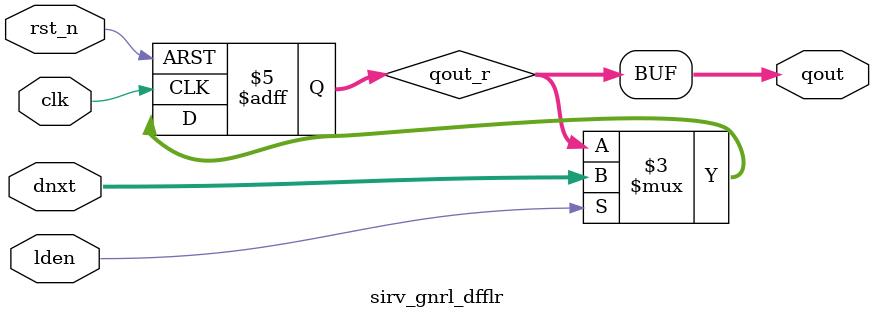
<source format=v>


// ===========================================================================
//
// Description:
//  Verilog module sirv_gnrl DFF with Load-enable and Reset
//  Default reset value is 0
//
// ===========================================================================

module sirv_gnrl_dfflr # (
  parameter DW = 32
) (

  input               lden, 
  input      [DW-1:0] dnxt,
  output     [DW-1:0] qout,

  input               clk,
  input               rst_n
);

reg [DW-1:0] qout_r;

always @(posedge clk or negedge rst_n)
begin : DFFLR_PROC
  if (rst_n == 1'b0)
    qout_r <= {DW{1'b0}};
  else if (lden)
    qout_r <= dnxt;
end

assign qout = qout_r;

// `ifndef FPGA_SOURCE//{
// `ifndef DISABLE_SV_ASSERTION//{
// //synopsys translate_off
// sirv_gnrl_xchecker # (
//   .DW(1)
// ) sirv_gnrl_xchecker(
//   .i_dat(lden),
//   .clk  (clk)
// );
// //synopsys translate_on
// `endif//}
// `endif//}
    

endmodule

</source>
